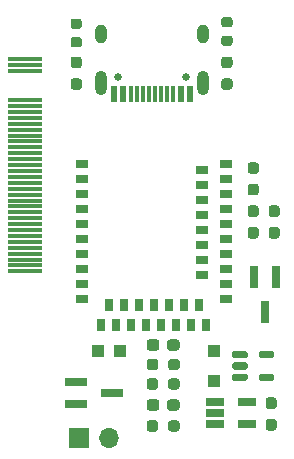
<source format=gbr>
%TF.GenerationSoftware,KiCad,Pcbnew,(5.1.8-0-10_14)*%
%TF.CreationDate,2020-11-21T11:10:47-07:00*%
%TF.ProjectId,Ellow,456c6c6f-772e-46b6-9963-61645f706362,rev?*%
%TF.SameCoordinates,Original*%
%TF.FileFunction,Soldermask,Top*%
%TF.FilePolarity,Negative*%
%FSLAX46Y46*%
G04 Gerber Fmt 4.6, Leading zero omitted, Abs format (unit mm)*
G04 Created by KiCad (PCBNEW (5.1.8-0-10_14)) date 2020-11-21 11:10:47*
%MOMM*%
%LPD*%
G01*
G04 APERTURE LIST*
%ADD10R,1.050000X1.100000*%
%ADD11R,3.000000X0.330000*%
%ADD12R,1.560000X0.650000*%
%ADD13R,1.000000X1.000000*%
%ADD14R,0.800000X1.900000*%
%ADD15R,1.900000X0.800000*%
%ADD16O,1.700000X1.700000*%
%ADD17R,1.700000X1.700000*%
%ADD18R,1.000000X0.650000*%
%ADD19R,0.650000X1.000000*%
%ADD20R,0.600000X1.450000*%
%ADD21R,0.300000X1.450000*%
%ADD22O,1.000000X2.100000*%
%ADD23C,0.650000*%
%ADD24O,1.000000X1.600000*%
G04 APERTURE END LIST*
%TO.C,R9*%
G36*
G01*
X230648500Y-95543500D02*
X231123500Y-95543500D01*
G75*
G02*
X231361000Y-95781000I0J-237500D01*
G01*
X231361000Y-96281000D01*
G75*
G02*
X231123500Y-96518500I-237500J0D01*
G01*
X230648500Y-96518500D01*
G75*
G02*
X230411000Y-96281000I0J237500D01*
G01*
X230411000Y-95781000D01*
G75*
G02*
X230648500Y-95543500I237500J0D01*
G01*
G37*
G36*
G01*
X230648500Y-93718500D02*
X231123500Y-93718500D01*
G75*
G02*
X231361000Y-93956000I0J-237500D01*
G01*
X231361000Y-94456000D01*
G75*
G02*
X231123500Y-94693500I-237500J0D01*
G01*
X230648500Y-94693500D01*
G75*
G02*
X230411000Y-94456000I0J237500D01*
G01*
X230411000Y-93956000D01*
G75*
G02*
X230648500Y-93718500I237500J0D01*
G01*
G37*
%TD*%
%TO.C,D3*%
G36*
G01*
X231142250Y-91363000D02*
X230629750Y-91363000D01*
G75*
G02*
X230411000Y-91144250I0J218750D01*
G01*
X230411000Y-90706750D01*
G75*
G02*
X230629750Y-90488000I218750J0D01*
G01*
X231142250Y-90488000D01*
G75*
G02*
X231361000Y-90706750I0J-218750D01*
G01*
X231361000Y-91144250D01*
G75*
G02*
X231142250Y-91363000I-218750J0D01*
G01*
G37*
G36*
G01*
X231142250Y-92938000D02*
X230629750Y-92938000D01*
G75*
G02*
X230411000Y-92719250I0J218750D01*
G01*
X230411000Y-92281750D01*
G75*
G02*
X230629750Y-92063000I218750J0D01*
G01*
X231142250Y-92063000D01*
G75*
G02*
X231361000Y-92281750I0J-218750D01*
G01*
X231361000Y-92719250D01*
G75*
G02*
X231142250Y-92938000I-218750J0D01*
G01*
G37*
%TD*%
D10*
%TO.C,Y1*%
X232755000Y-118637000D03*
X234605000Y-118637000D03*
%TD*%
D11*
%TO.C,J2*%
X226531102Y-93893757D03*
X226531102Y-94393757D03*
X226531102Y-94893757D03*
X226531102Y-109889000D03*
X226531102Y-108393757D03*
X226531102Y-108893757D03*
X226531102Y-109393757D03*
X226531102Y-97393757D03*
X226531102Y-97893757D03*
X226531102Y-98393757D03*
X226531102Y-98893757D03*
X226531102Y-99393757D03*
X226531102Y-99893757D03*
X226531102Y-100393757D03*
X226531102Y-100893757D03*
X226531102Y-101393757D03*
X226531102Y-101893757D03*
X226531102Y-102393757D03*
X226531102Y-102893757D03*
X226531102Y-103393757D03*
X226531102Y-103893757D03*
X226531102Y-104393757D03*
X226531102Y-104893757D03*
X226531102Y-105393757D03*
X226531102Y-105893757D03*
X226531102Y-106393757D03*
X226531102Y-106893757D03*
X226531102Y-107393757D03*
X226531102Y-107893757D03*
X226531102Y-110393757D03*
X226531102Y-110893757D03*
X226531102Y-111393757D03*
X226531102Y-111893757D03*
%TD*%
D12*
%TO.C,U3*%
X245380000Y-122955000D03*
X245380000Y-124855000D03*
X242680000Y-124855000D03*
X242680000Y-123905000D03*
X242680000Y-122955000D03*
%TD*%
D13*
%TO.C,D1*%
X242570000Y-118637000D03*
X242570000Y-121137000D03*
%TD*%
%TO.C,D2*%
G36*
G01*
X243905250Y-91236000D02*
X243392750Y-91236000D01*
G75*
G02*
X243174000Y-91017250I0J218750D01*
G01*
X243174000Y-90579750D01*
G75*
G02*
X243392750Y-90361000I218750J0D01*
G01*
X243905250Y-90361000D01*
G75*
G02*
X244124000Y-90579750I0J-218750D01*
G01*
X244124000Y-91017250D01*
G75*
G02*
X243905250Y-91236000I-218750J0D01*
G01*
G37*
G36*
G01*
X243905250Y-92811000D02*
X243392750Y-92811000D01*
G75*
G02*
X243174000Y-92592250I0J218750D01*
G01*
X243174000Y-92154750D01*
G75*
G02*
X243392750Y-91936000I218750J0D01*
G01*
X243905250Y-91936000D01*
G75*
G02*
X244124000Y-92154750I0J-218750D01*
G01*
X244124000Y-92592250D01*
G75*
G02*
X243905250Y-92811000I-218750J0D01*
G01*
G37*
%TD*%
%TO.C,C2*%
G36*
G01*
X237927000Y-117891500D02*
X237927000Y-118366500D01*
G75*
G02*
X237689500Y-118604000I-237500J0D01*
G01*
X237089500Y-118604000D01*
G75*
G02*
X236852000Y-118366500I0J237500D01*
G01*
X236852000Y-117891500D01*
G75*
G02*
X237089500Y-117654000I237500J0D01*
G01*
X237689500Y-117654000D01*
G75*
G02*
X237927000Y-117891500I0J-237500D01*
G01*
G37*
G36*
G01*
X239652000Y-117891500D02*
X239652000Y-118366500D01*
G75*
G02*
X239414500Y-118604000I-237500J0D01*
G01*
X238814500Y-118604000D01*
G75*
G02*
X238577000Y-118366500I0J237500D01*
G01*
X238577000Y-117891500D01*
G75*
G02*
X238814500Y-117654000I237500J0D01*
G01*
X239414500Y-117654000D01*
G75*
G02*
X239652000Y-117891500I0J-237500D01*
G01*
G37*
%TD*%
%TO.C,C1*%
G36*
G01*
X237927000Y-122971500D02*
X237927000Y-123446500D01*
G75*
G02*
X237689500Y-123684000I-237500J0D01*
G01*
X237089500Y-123684000D01*
G75*
G02*
X236852000Y-123446500I0J237500D01*
G01*
X236852000Y-122971500D01*
G75*
G02*
X237089500Y-122734000I237500J0D01*
G01*
X237689500Y-122734000D01*
G75*
G02*
X237927000Y-122971500I0J-237500D01*
G01*
G37*
G36*
G01*
X239652000Y-122971500D02*
X239652000Y-123446500D01*
G75*
G02*
X239414500Y-123684000I-237500J0D01*
G01*
X238814500Y-123684000D01*
G75*
G02*
X238577000Y-123446500I0J237500D01*
G01*
X238577000Y-122971500D01*
G75*
G02*
X238814500Y-122734000I237500J0D01*
G01*
X239414500Y-122734000D01*
G75*
G02*
X239652000Y-122971500I0J-237500D01*
G01*
G37*
%TD*%
%TO.C,R7*%
G36*
G01*
X238677000Y-125224500D02*
X238677000Y-124749500D01*
G75*
G02*
X238914500Y-124512000I237500J0D01*
G01*
X239414500Y-124512000D01*
G75*
G02*
X239652000Y-124749500I0J-237500D01*
G01*
X239652000Y-125224500D01*
G75*
G02*
X239414500Y-125462000I-237500J0D01*
G01*
X238914500Y-125462000D01*
G75*
G02*
X238677000Y-125224500I0J237500D01*
G01*
G37*
G36*
G01*
X236852000Y-125224500D02*
X236852000Y-124749500D01*
G75*
G02*
X237089500Y-124512000I237500J0D01*
G01*
X237589500Y-124512000D01*
G75*
G02*
X237827000Y-124749500I0J-237500D01*
G01*
X237827000Y-125224500D01*
G75*
G02*
X237589500Y-125462000I-237500J0D01*
G01*
X237089500Y-125462000D01*
G75*
G02*
X236852000Y-125224500I0J237500D01*
G01*
G37*
%TD*%
%TO.C,R6*%
G36*
G01*
X243411500Y-95543500D02*
X243886500Y-95543500D01*
G75*
G02*
X244124000Y-95781000I0J-237500D01*
G01*
X244124000Y-96281000D01*
G75*
G02*
X243886500Y-96518500I-237500J0D01*
G01*
X243411500Y-96518500D01*
G75*
G02*
X243174000Y-96281000I0J237500D01*
G01*
X243174000Y-95781000D01*
G75*
G02*
X243411500Y-95543500I237500J0D01*
G01*
G37*
G36*
G01*
X243411500Y-93718500D02*
X243886500Y-93718500D01*
G75*
G02*
X244124000Y-93956000I0J-237500D01*
G01*
X244124000Y-94456000D01*
G75*
G02*
X243886500Y-94693500I-237500J0D01*
G01*
X243411500Y-94693500D01*
G75*
G02*
X243174000Y-94456000I0J237500D01*
G01*
X243174000Y-93956000D01*
G75*
G02*
X243411500Y-93718500I237500J0D01*
G01*
G37*
%TD*%
%TO.C,R5*%
G36*
G01*
X238677000Y-121668500D02*
X238677000Y-121193500D01*
G75*
G02*
X238914500Y-120956000I237500J0D01*
G01*
X239414500Y-120956000D01*
G75*
G02*
X239652000Y-121193500I0J-237500D01*
G01*
X239652000Y-121668500D01*
G75*
G02*
X239414500Y-121906000I-237500J0D01*
G01*
X238914500Y-121906000D01*
G75*
G02*
X238677000Y-121668500I0J237500D01*
G01*
G37*
G36*
G01*
X236852000Y-121668500D02*
X236852000Y-121193500D01*
G75*
G02*
X237089500Y-120956000I237500J0D01*
G01*
X237589500Y-120956000D01*
G75*
G02*
X237827000Y-121193500I0J-237500D01*
G01*
X237827000Y-121668500D01*
G75*
G02*
X237589500Y-121906000I-237500J0D01*
G01*
X237089500Y-121906000D01*
G75*
G02*
X236852000Y-121668500I0J237500D01*
G01*
G37*
%TD*%
%TO.C,R4*%
G36*
G01*
X237827000Y-119542500D02*
X237827000Y-120017500D01*
G75*
G02*
X237589500Y-120255000I-237500J0D01*
G01*
X237089500Y-120255000D01*
G75*
G02*
X236852000Y-120017500I0J237500D01*
G01*
X236852000Y-119542500D01*
G75*
G02*
X237089500Y-119305000I237500J0D01*
G01*
X237589500Y-119305000D01*
G75*
G02*
X237827000Y-119542500I0J-237500D01*
G01*
G37*
G36*
G01*
X239652000Y-119542500D02*
X239652000Y-120017500D01*
G75*
G02*
X239414500Y-120255000I-237500J0D01*
G01*
X238914500Y-120255000D01*
G75*
G02*
X238677000Y-120017500I0J237500D01*
G01*
X238677000Y-119542500D01*
G75*
G02*
X238914500Y-119305000I237500J0D01*
G01*
X239414500Y-119305000D01*
G75*
G02*
X239652000Y-119542500I0J-237500D01*
G01*
G37*
%TD*%
%TO.C,R3*%
G36*
G01*
X247412500Y-108140000D02*
X247887500Y-108140000D01*
G75*
G02*
X248125000Y-108377500I0J-237500D01*
G01*
X248125000Y-108877500D01*
G75*
G02*
X247887500Y-109115000I-237500J0D01*
G01*
X247412500Y-109115000D01*
G75*
G02*
X247175000Y-108877500I0J237500D01*
G01*
X247175000Y-108377500D01*
G75*
G02*
X247412500Y-108140000I237500J0D01*
G01*
G37*
G36*
G01*
X247412500Y-106315000D02*
X247887500Y-106315000D01*
G75*
G02*
X248125000Y-106552500I0J-237500D01*
G01*
X248125000Y-107052500D01*
G75*
G02*
X247887500Y-107290000I-237500J0D01*
G01*
X247412500Y-107290000D01*
G75*
G02*
X247175000Y-107052500I0J237500D01*
G01*
X247175000Y-106552500D01*
G75*
G02*
X247412500Y-106315000I237500J0D01*
G01*
G37*
%TD*%
%TO.C,R2*%
G36*
G01*
X246109500Y-107290000D02*
X245634500Y-107290000D01*
G75*
G02*
X245397000Y-107052500I0J237500D01*
G01*
X245397000Y-106552500D01*
G75*
G02*
X245634500Y-106315000I237500J0D01*
G01*
X246109500Y-106315000D01*
G75*
G02*
X246347000Y-106552500I0J-237500D01*
G01*
X246347000Y-107052500D01*
G75*
G02*
X246109500Y-107290000I-237500J0D01*
G01*
G37*
G36*
G01*
X246109500Y-109115000D02*
X245634500Y-109115000D01*
G75*
G02*
X245397000Y-108877500I0J237500D01*
G01*
X245397000Y-108377500D01*
G75*
G02*
X245634500Y-108140000I237500J0D01*
G01*
X246109500Y-108140000D01*
G75*
G02*
X246347000Y-108377500I0J-237500D01*
G01*
X246347000Y-108877500D01*
G75*
G02*
X246109500Y-109115000I-237500J0D01*
G01*
G37*
%TD*%
%TO.C,R1*%
G36*
G01*
X246109500Y-103630500D02*
X245634500Y-103630500D01*
G75*
G02*
X245397000Y-103393000I0J237500D01*
G01*
X245397000Y-102893000D01*
G75*
G02*
X245634500Y-102655500I237500J0D01*
G01*
X246109500Y-102655500D01*
G75*
G02*
X246347000Y-102893000I0J-237500D01*
G01*
X246347000Y-103393000D01*
G75*
G02*
X246109500Y-103630500I-237500J0D01*
G01*
G37*
G36*
G01*
X246109500Y-105455500D02*
X245634500Y-105455500D01*
G75*
G02*
X245397000Y-105218000I0J237500D01*
G01*
X245397000Y-104718000D01*
G75*
G02*
X245634500Y-104480500I237500J0D01*
G01*
X246109500Y-104480500D01*
G75*
G02*
X246347000Y-104718000I0J-237500D01*
G01*
X246347000Y-105218000D01*
G75*
G02*
X246109500Y-105455500I-237500J0D01*
G01*
G37*
%TD*%
D14*
%TO.C,Q2*%
X246888000Y-115335000D03*
X245938000Y-112335000D03*
X247838000Y-112335000D03*
%TD*%
D15*
%TO.C,Q1*%
X233910000Y-122193000D03*
X230910000Y-123143000D03*
X230910000Y-121243000D03*
%TD*%
D16*
%TO.C,Bat+ Bat-*%
X233680000Y-126003000D03*
D17*
X231140000Y-126003000D03*
%TD*%
%TO.C,U1*%
G36*
G01*
X246347000Y-119107000D02*
X246347000Y-118807000D01*
G75*
G02*
X246497000Y-118657000I150000J0D01*
G01*
X247522000Y-118657000D01*
G75*
G02*
X247672000Y-118807000I0J-150000D01*
G01*
X247672000Y-119107000D01*
G75*
G02*
X247522000Y-119257000I-150000J0D01*
G01*
X246497000Y-119257000D01*
G75*
G02*
X246347000Y-119107000I0J150000D01*
G01*
G37*
G36*
G01*
X246347000Y-121007000D02*
X246347000Y-120707000D01*
G75*
G02*
X246497000Y-120557000I150000J0D01*
G01*
X247522000Y-120557000D01*
G75*
G02*
X247672000Y-120707000I0J-150000D01*
G01*
X247672000Y-121007000D01*
G75*
G02*
X247522000Y-121157000I-150000J0D01*
G01*
X246497000Y-121157000D01*
G75*
G02*
X246347000Y-121007000I0J150000D01*
G01*
G37*
G36*
G01*
X244072000Y-121007000D02*
X244072000Y-120707000D01*
G75*
G02*
X244222000Y-120557000I150000J0D01*
G01*
X245247000Y-120557000D01*
G75*
G02*
X245397000Y-120707000I0J-150000D01*
G01*
X245397000Y-121007000D01*
G75*
G02*
X245247000Y-121157000I-150000J0D01*
G01*
X244222000Y-121157000D01*
G75*
G02*
X244072000Y-121007000I0J150000D01*
G01*
G37*
G36*
G01*
X244072000Y-120057000D02*
X244072000Y-119757000D01*
G75*
G02*
X244222000Y-119607000I150000J0D01*
G01*
X245247000Y-119607000D01*
G75*
G02*
X245397000Y-119757000I0J-150000D01*
G01*
X245397000Y-120057000D01*
G75*
G02*
X245247000Y-120207000I-150000J0D01*
G01*
X244222000Y-120207000D01*
G75*
G02*
X244072000Y-120057000I0J150000D01*
G01*
G37*
G36*
G01*
X244072000Y-119107000D02*
X244072000Y-118807000D01*
G75*
G02*
X244222000Y-118657000I150000J0D01*
G01*
X245247000Y-118657000D01*
G75*
G02*
X245397000Y-118807000I0J-150000D01*
G01*
X245397000Y-119107000D01*
G75*
G02*
X245247000Y-119257000I-150000J0D01*
G01*
X244222000Y-119257000D01*
G75*
G02*
X244072000Y-119107000I0J150000D01*
G01*
G37*
%TD*%
%TO.C,R8*%
G36*
G01*
X247158500Y-124396000D02*
X247633500Y-124396000D01*
G75*
G02*
X247871000Y-124633500I0J-237500D01*
G01*
X247871000Y-125133500D01*
G75*
G02*
X247633500Y-125371000I-237500J0D01*
G01*
X247158500Y-125371000D01*
G75*
G02*
X246921000Y-125133500I0J237500D01*
G01*
X246921000Y-124633500D01*
G75*
G02*
X247158500Y-124396000I237500J0D01*
G01*
G37*
G36*
G01*
X247158500Y-122571000D02*
X247633500Y-122571000D01*
G75*
G02*
X247871000Y-122808500I0J-237500D01*
G01*
X247871000Y-123308500D01*
G75*
G02*
X247633500Y-123546000I-237500J0D01*
G01*
X247158500Y-123546000D01*
G75*
G02*
X246921000Y-123308500I0J237500D01*
G01*
X246921000Y-122808500D01*
G75*
G02*
X247158500Y-122571000I237500J0D01*
G01*
G37*
%TD*%
D18*
%TO.C,U2*%
X241531000Y-112208000D03*
X231371000Y-114240000D03*
X231371000Y-112970000D03*
X231371000Y-111700000D03*
X231371000Y-110430000D03*
X231371000Y-109160000D03*
X231371000Y-107890000D03*
X231371000Y-106620000D03*
X231371000Y-105350000D03*
X231371000Y-104080000D03*
X231371000Y-102810000D03*
X243609000Y-110430000D03*
X243609000Y-102810000D03*
X243609000Y-109160000D03*
X243609000Y-104080000D03*
X243609000Y-105350000D03*
X243609000Y-106620000D03*
X243609000Y-111700000D03*
X243609000Y-107890000D03*
X243609000Y-112970000D03*
X243609000Y-114240000D03*
D19*
X240640000Y-116459000D03*
X233020000Y-116459000D03*
X239370000Y-116459000D03*
X234290000Y-116459000D03*
X235560000Y-116459000D03*
X236830000Y-116459000D03*
X241910000Y-116459000D03*
X238100000Y-116459000D03*
D18*
X241531000Y-110938000D03*
X241531000Y-109668000D03*
X241531000Y-108398000D03*
X241531000Y-107128000D03*
X241531000Y-105858000D03*
X241531000Y-104588000D03*
X241531000Y-103318000D03*
D19*
X234927000Y-114748000D03*
X233657000Y-114748000D03*
X238737000Y-114748000D03*
X236197000Y-114748000D03*
X240007000Y-114748000D03*
X241277000Y-114748000D03*
X237467000Y-114748000D03*
%TD*%
D20*
%TO.C,J1*%
X234049000Y-96901000D03*
X234849000Y-96901000D03*
X239749000Y-96901000D03*
X240549000Y-96901000D03*
X240549000Y-96901000D03*
X239749000Y-96901000D03*
X234849000Y-96901000D03*
X234049000Y-96901000D03*
D21*
X239049000Y-96901000D03*
X238549000Y-96901000D03*
X238049000Y-96901000D03*
X237049000Y-96901000D03*
X236549000Y-96901000D03*
X236049000Y-96901000D03*
X235549000Y-96901000D03*
X237549000Y-96901000D03*
D22*
X232979000Y-95986000D03*
X241619000Y-95986000D03*
D23*
X240189000Y-95456000D03*
D24*
X241619000Y-91806000D03*
D23*
X234409000Y-95456000D03*
D24*
X232979000Y-91806000D03*
%TD*%
M02*

</source>
